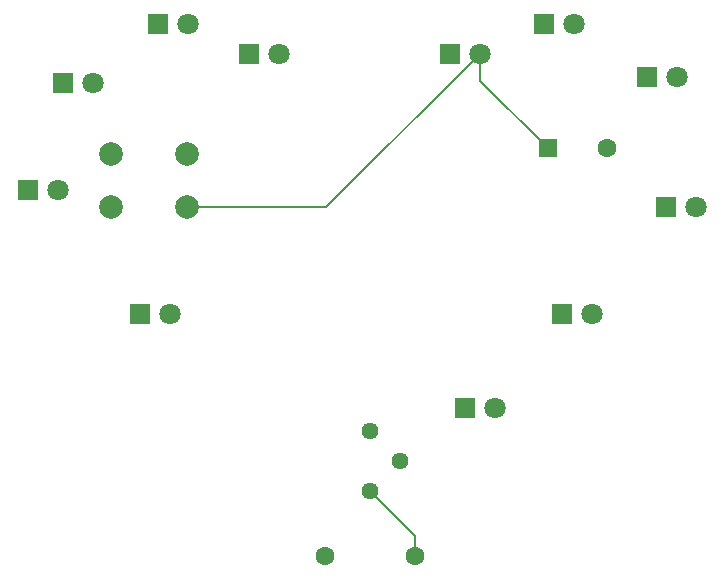
<source format=gbr>
%TF.GenerationSoftware,KiCad,Pcbnew,9.0.6*%
%TF.CreationDate,2025-11-30T08:55:57-05:00*%
%TF.ProjectId,project-solder,70726f6a-6563-4742-9d73-6f6c6465722e,rev?*%
%TF.SameCoordinates,Original*%
%TF.FileFunction,Copper,L2,Bot*%
%TF.FilePolarity,Positive*%
%FSLAX46Y46*%
G04 Gerber Fmt 4.6, Leading zero omitted, Abs format (unit mm)*
G04 Created by KiCad (PCBNEW 9.0.6) date 2025-11-30 08:55:57*
%MOMM*%
%LPD*%
G01*
G04 APERTURE LIST*
G04 Aperture macros list*
%AMRoundRect*
0 Rectangle with rounded corners*
0 $1 Rounding radius*
0 $2 $3 $4 $5 $6 $7 $8 $9 X,Y pos of 4 corners*
0 Add a 4 corners polygon primitive as box body*
4,1,4,$2,$3,$4,$5,$6,$7,$8,$9,$2,$3,0*
0 Add four circle primitives for the rounded corners*
1,1,$1+$1,$2,$3*
1,1,$1+$1,$4,$5*
1,1,$1+$1,$6,$7*
1,1,$1+$1,$8,$9*
0 Add four rect primitives between the rounded corners*
20,1,$1+$1,$2,$3,$4,$5,0*
20,1,$1+$1,$4,$5,$6,$7,0*
20,1,$1+$1,$6,$7,$8,$9,0*
20,1,$1+$1,$8,$9,$2,$3,0*%
G04 Aperture macros list end*
%TA.AperFunction,ComponentPad*%
%ADD10R,1.800000X1.800000*%
%TD*%
%TA.AperFunction,ComponentPad*%
%ADD11C,1.800000*%
%TD*%
%TA.AperFunction,ComponentPad*%
%ADD12C,1.440000*%
%TD*%
%TA.AperFunction,ComponentPad*%
%ADD13C,1.600000*%
%TD*%
%TA.AperFunction,ComponentPad*%
%ADD14RoundRect,0.250000X-0.550000X-0.550000X0.550000X-0.550000X0.550000X0.550000X-0.550000X0.550000X0*%
%TD*%
%TA.AperFunction,ComponentPad*%
%ADD15C,2.000000*%
%TD*%
%TA.AperFunction,Conductor*%
%ADD16C,0.200000*%
%TD*%
G04 APERTURE END LIST*
D10*
%TO.P,D11,1,K*%
%TO.N,Net-(D11-K)*%
X124000000Y-110500000D03*
D11*
%TO.P,D11,2,A*%
%TO.N,Net-(D10-K)*%
X126540000Y-110500000D03*
%TD*%
D12*
%TO.P,RV2,1,1*%
%TO.N,Net-(BT1--)*%
X116000000Y-117500000D03*
%TO.P,RV2,2,2*%
%TO.N,Net-(D4-K)*%
X118540000Y-114960000D03*
%TO.P,RV2,3,3*%
%TO.N,unconnected-(RV2-Pad3)*%
X116000000Y-112420000D03*
%TD*%
D10*
%TO.P,D6,1,K*%
%TO.N,Net-(D6-K)*%
X90000000Y-83000000D03*
D11*
%TO.P,D6,2,A*%
%TO.N,Net-(D5-K)*%
X92540000Y-83000000D03*
%TD*%
D13*
%TO.P,R1,1*%
%TO.N,Net-(D11-K)*%
X112190000Y-123000000D03*
%TO.P,R1,2*%
%TO.N,Net-(BT1--)*%
X119810000Y-123000000D03*
%TD*%
D10*
%TO.P,D10,1,K*%
%TO.N,Net-(D10-K)*%
X96500000Y-102500000D03*
D11*
%TO.P,D10,2,A*%
%TO.N,Net-(D10-A)*%
X99040000Y-102500000D03*
%TD*%
D10*
%TO.P,D8,1,K*%
%TO.N,Net-(D8-K)*%
X87000000Y-92000000D03*
D11*
%TO.P,D8,2,A*%
%TO.N,Net-(D7-K)*%
X89540000Y-92000000D03*
%TD*%
D10*
%TO.P,D5,1,K*%
%TO.N,Net-(D5-K)*%
X98000000Y-78000000D03*
D11*
%TO.P,D5,2,A*%
%TO.N,Net-(D3-K)*%
X100540000Y-78000000D03*
%TD*%
D10*
%TO.P,D3,1,K*%
%TO.N,Net-(D3-K)*%
X139460000Y-82500000D03*
D11*
%TO.P,D3,2,A*%
%TO.N,Net-(D2-K)*%
X142000000Y-82500000D03*
%TD*%
D14*
%TO.P,C1,1*%
%TO.N,Net-(D1-A)*%
X131000000Y-88500000D03*
D13*
%TO.P,C1,2*%
%TO.N,Net-(BT1--)*%
X136000000Y-88500000D03*
%TD*%
D10*
%TO.P,D4,1,K*%
%TO.N,Net-(D4-K)*%
X105725000Y-80500000D03*
D11*
%TO.P,D4,2,A*%
%TO.N,Net-(BT1-+)*%
X108265000Y-80500000D03*
%TD*%
D10*
%TO.P,D9,1,K*%
%TO.N,Net-(D10-A)*%
X132225000Y-102500000D03*
D11*
%TO.P,D9,2,A*%
%TO.N,Net-(D8-K)*%
X134765000Y-102500000D03*
%TD*%
D10*
%TO.P,D2,1,K*%
%TO.N,Net-(D2-K)*%
X130725000Y-78000000D03*
D11*
%TO.P,D2,2,A*%
%TO.N,Net-(D1-K)*%
X133265000Y-78000000D03*
%TD*%
D15*
%TO.P,SW1,1,1*%
%TO.N,Net-(BT1-+)*%
X94000000Y-89000000D03*
X100500000Y-89000000D03*
%TO.P,SW1,2,2*%
%TO.N,Net-(D1-A)*%
X94000000Y-93500000D03*
X100500000Y-93500000D03*
%TD*%
D10*
%TO.P,D7,1,K*%
%TO.N,Net-(D7-K)*%
X141000000Y-93500000D03*
D11*
%TO.P,D7,2,A*%
%TO.N,Net-(D6-K)*%
X143540000Y-93500000D03*
%TD*%
D10*
%TO.P,D1,1,K*%
%TO.N,Net-(D1-K)*%
X122725000Y-80500000D03*
D11*
%TO.P,D1,2,A*%
%TO.N,Net-(D1-A)*%
X125265000Y-80500000D03*
%TD*%
D16*
%TO.N,Net-(BT1--)*%
X119810000Y-123000000D02*
X119810000Y-121310000D01*
X119810000Y-121310000D02*
X116000000Y-117500000D01*
%TO.N,Net-(D1-A)*%
X100500000Y-93500000D02*
X112265000Y-93500000D01*
X125265000Y-82765000D02*
X131000000Y-88500000D01*
X125265000Y-80500000D02*
X125265000Y-82765000D01*
X112265000Y-93500000D02*
X125265000Y-80500000D01*
%TD*%
M02*

</source>
